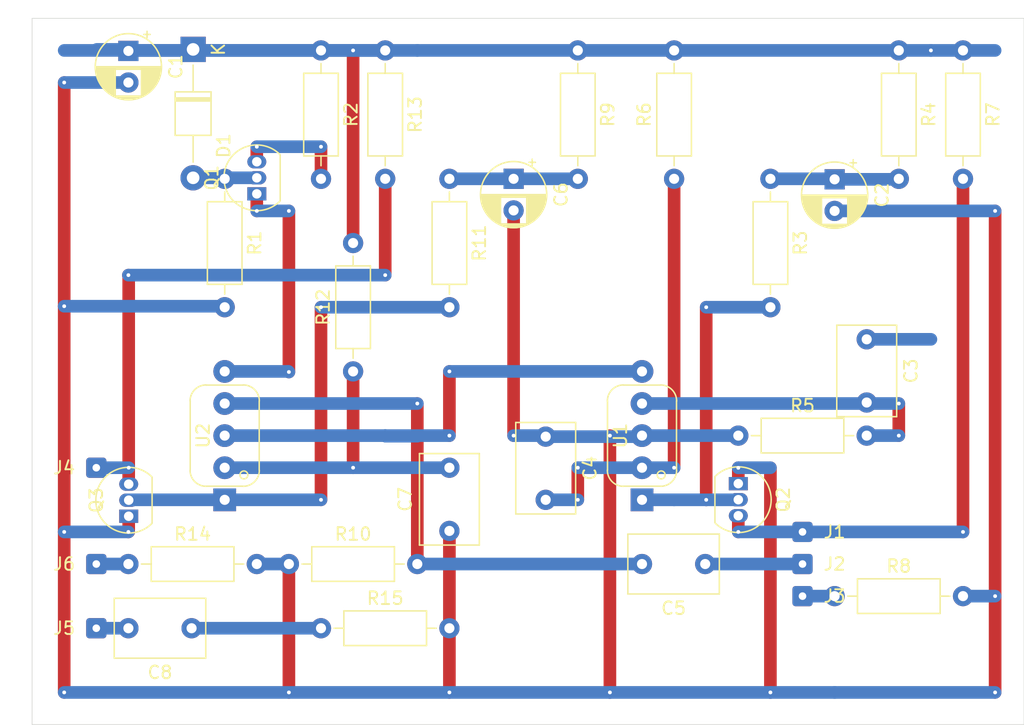
<source format=kicad_pcb>
(kicad_pcb (version 20240108) (generator "pcbnew") (generator_version "8.0")
  (layers (0 "F.Cu" signal) (31 "B.Cu" signal) (34 "B.Paste" user) (35 "F.Paste" user) (36 "B.SilkS" user "B.Silkscreen") (37 "F.SilkS" user "F.Silkscreen") (38 "B.Mask" user) (39 "F.Mask" user) (44 "Edge.Cuts" user))
  (net 0 "")
  (net 1 "+9V")
  (net 2 "GND")
  (net 3 "Net-(C2-Pad1)")
  (net 4 "/Vin")
  (net 5 "Net-(U1A-G1)")
  (net 6 "Net-(U1A-G2)")
  (net 7 "Net-(U2A-G1)")
  (net 8 "Net-(C6-Pad1)")
  (net 9 "Net-(U2A-G2)")
  (net 10 "/Vout")
  (net 11 "Net-(D1-A)")
  (net 12 "Net-(Q1-E)")
  (net 13 "/Fil_10mA")
  (net 14 "Net-(Q2-B)")
  (net 15 "Net-(Q3-B)")
  (net 16 "Net-(U1B-F+,G3-Pad5)")
  (net 17 "Net-(J2-Pin_1)")
  (net 18 "Net-(J5-Pin_1)")
  (net 19 "Net-(J1-Pin_1)")
  (net 20 "Net-(J3-Pin_1)")
  (net 21 "Net-(J4-Pin_1)")
  (net 22 "Net-(J6-Pin_1)")
  (footprint "Resistor_THT:R_Axial_DIN0207_L6.3mm_D2.5mm_P10.16mm_Horizontal" (layer "F.Cu") (at 132.08 71.12)
    (property "Reference" "R5" (at 5.08 -2.37 360) (layer "F.SilkS"))
    (property "Value" "1M")
    (pad "1" thru_hole circle (at 0 0) (size 1.6 1.6) (drill 0.8) (layers "*.Cu" "*.Mask") (net 2 "GND"))
    (pad "2" thru_hole oval (at 10.16 0) (size 1.6 1.6) (drill 0.8) (layers "*.Cu" "*.Mask") (net 5 "Net-(U1A-G1)"))
  )
  (footprint "Valve:Valve_Mini_Pentode_Linear" (layer "F.Cu") (at 91.44 76.2 90)
    (property "Reference" "U2" (at 5.08 -1.71 90) (layer "F.SilkS"))
    (property "Value" "JAN6418")
    (pad "1" thru_hole rect (at 0 0 90) (size 1.8 1.8) (drill 0.8) (layers "*.Cu" "*.Mask") (net 15 "Net-(Q3-B)"))
    (pad "2" thru_hole circle (at 2.54 0 90) (size 1.8 1.8) (drill 0.8) (layers "*.Cu" "*.Mask") (net 9 "Net-(U2A-G2)"))
    (pad "3" thru_hole circle (at 5.08 0 90) (size 1.8 1.8) (drill 0.8) (layers "*.Cu" "*.Mask") (net 16 "Net-(U1B-F+,G3-Pad5)"))
    (pad "4" thru_hole circle (at 7.62 0 90) (size 1.8 1.8) (drill 0.8) (layers "*.Cu" "*.Mask") (net 7 "Net-(U2A-G1)"))
    (pad "5" thru_hole circle (at 10.16 0 90) (size 1.8 1.8) (drill 0.8) (layers "*.Cu" "*.Mask") (net 13 "/Fil_10mA"))
  )
  (footprint "Connector_Wire:SolderWire-0.1sqmm_1x01_D0.4mm_OD1mm" (layer "F.Cu") (at 137.16 83.82)
    (property "Reference" "J3" (at 2.54 0 0) (layer "F.SilkS"))
    (property "Value" "Conn_01x01_Socket" (hide yes))
    (pad "1" thru_hole roundrect (at 0 0) (size 1.6 1.6) (drill 0.6) (layers "*.Cu" "*.Mask") (roundrect_rratio 0.15625) (net 20 "Net-(J3-Pin_1)"))
  )
  (footprint "Resistor_THT:R_Axial_DIN0207_L6.3mm_D2.5mm_P10.16mm_Horizontal" (layer "F.Cu") (at 119.38 40.64 -90)
    (property "Reference" "R9" (at 5.08 -2.37 90) (layer "F.SilkS"))
    (property "Value" "820R")
    (pad "1" thru_hole circle (at 0 0 270) (size 1.6 1.6) (drill 0.8) (layers "*.Cu" "*.Mask") (net 1 "+9V"))
    (pad "2" thru_hole oval (at 10.16 0 270) (size 1.6 1.6) (drill 0.8) (layers "*.Cu" "*.Mask") (net 8 "Net-(C6-Pad1)"))
  )
  (footprint "Resistor_THT:R_Axial_DIN0207_L6.3mm_D2.5mm_P10.16mm_Horizontal" (layer "F.Cu") (at 149.86 40.64 -90)
    (property "Reference" "R7" (at 5.08 -2.37 90) (layer "F.SilkS"))
    (property "Value" "8.2K")
    (pad "1" thru_hole circle (at 0 0 270) (size 1.6 1.6) (drill 0.8) (layers "*.Cu" "*.Mask") (net 1 "+9V"))
    (pad "2" thru_hole oval (at 10.16 0 270) (size 1.6 1.6) (drill 0.8) (layers "*.Cu" "*.Mask") (net 19 "Net-(J1-Pin_1)"))
  )
  (footprint "Package_TO_SOT_THT:TO-92_Inline" (layer "F.Cu") (at 93.98 51.99 90)
    (property "Reference" "Q1" (at 1.27 -3.56 90) (layer "F.SilkS"))
    (property "Value" "BC328")
    (pad "1" thru_hole rect (at 0 0 90) (size 1.05 1.5) (drill 0.75) (layers "*.Cu" "*.Mask") (net 13 "/Fil_10mA"))
    (pad "2" thru_hole oval (at 1.27 0 90) (size 1.05 1.5) (drill 0.75) (layers "*.Cu" "*.Mask") (net 11 "Net-(D1-A)"))
    (pad "3" thru_hole oval (at 2.54 0 90) (size 1.05 1.5) (drill 0.75) (layers "*.Cu" "*.Mask") (net 12 "Net-(Q1-E)"))
  )
  (footprint "Resistor_THT:R_Axial_DIN0207_L6.3mm_D2.5mm_P10.16mm_Horizontal" (layer "F.Cu") (at 96.52 81.28)
    (property "Reference" "R10" (at 5.08 -2.37 0) (layer "F.SilkS"))
    (property "Value" "1M")
    (pad "1" thru_hole circle (at 0 0) (size 1.6 1.6) (drill 0.8) (layers "*.Cu" "*.Mask") (net 2 "GND"))
    (pad "2" thru_hole oval (at 10.16 0) (size 1.6 1.6) (drill 0.8) (layers "*.Cu" "*.Mask") (net 7 "Net-(U2A-G1)"))
  )
  (footprint "Resistor_THT:R_Axial_DIN0207_L6.3mm_D2.5mm_P10.16mm_Horizontal" (layer "F.Cu") (at 99.06 86.36)
    (property "Reference" "R15" (at 5.08 -2.37 0) (layer "F.SilkS"))
    (property "Value" "47K")
    (pad "1" thru_hole circle (at 0 0) (size 1.6 1.6) (drill 0.8) (layers "*.Cu" "*.Mask") (net 10 "/Vout"))
    (pad "2" thru_hole oval (at 10.16 0) (size 1.6 1.6) (drill 0.8) (layers "*.Cu" "*.Mask") (net 2 "GND"))
  )
  (footprint "Resistor_THT:R_Axial_DIN0207_L6.3mm_D2.5mm_P10.16mm_Horizontal" (layer "F.Cu") (at 134.62 50.8 -90)
    (property "Reference" "R3" (at 5.08 -2.37 90) (layer "F.SilkS"))
    (property "Value" "180K")
    (pad "1" thru_hole circle (at 0 0 270) (size 1.6 1.6) (drill 0.8) (layers "*.Cu" "*.Mask") (net 3 "Net-(C2-Pad1)"))
    (pad "2" thru_hole oval (at 10.16 0 270) (size 1.6 1.6) (drill 0.8) (layers "*.Cu" "*.Mask") (net 14 "Net-(Q2-B)"))
  )
  (footprint "Package_TO_SOT_THT:TO-92_Inline" (layer "F.Cu") (at 83.84416 77.498746 90)
    (property "Reference" "Q3" (at 1.27 -2.56416 90) (layer "F.SilkS"))
    (property "Value" "BC328")
    (pad "1" thru_hole rect (at 0 0 90) (size 1.05 1.5) (drill 0.75) (layers "*.Cu" "*.Mask") (net 2 "GND"))
    (pad "2" thru_hole oval (at 1.27 0 90) (size 1.05 1.5) (drill 0.75) (layers "*.Cu" "*.Mask") (net 15 "Net-(Q3-B)"))
    (pad "3" thru_hole oval (at 2.54 0 90) (size 1.05 1.5) (drill 0.75) (layers "*.Cu" "*.Mask") (net 21 "Net-(J4-Pin_1)"))
  )
  (footprint "Resistor_THT:R_Axial_DIN0207_L6.3mm_D2.5mm_P10.16mm_Horizontal" (layer "F.Cu") (at 101.6 66.04 90)
    (property "Reference" "R12" (at 5.08 -2.37 90) (layer "F.SilkS"))
    (property "Value" "330K")
    (pad "1" thru_hole circle (at 0 0 90) (size 1.6 1.6) (drill 0.8) (layers "*.Cu" "*.Mask") (net 9 "Net-(U2A-G2)"))
    (pad "2" thru_hole oval (at 10.16 0 90) (size 1.6 1.6) (drill 0.8) (layers "*.Cu" "*.Mask") (net 1 "+9V"))
  )
  (footprint "Capacitor_THT:C_Rect_L7.0mm_W4.5mm_P5.00mm" (layer "F.Cu") (at 142.24 63.5 -90)
    (property "Reference" "C3" (at 2.5 -3.5 90) (layer "F.SilkS"))
    (property "Value" "10nF")
    (pad "1" thru_hole circle (at 0 0 270) (size 1.6 1.6) (drill 0.8) (layers "*.Cu" "*.Mask") (net 4 "/Vin"))
    (pad "2" thru_hole circle (at 5 0 270) (size 1.6 1.6) (drill 0.8) (layers "*.Cu" "*.Mask") (net 5 "Net-(U1A-G1)"))
  )
  (footprint "Resistor_THT:R_Axial_DIN0207_L6.3mm_D2.5mm_P10.16mm_Horizontal" (layer "F.Cu") (at 83.82 81.28)
    (property "Reference" "R14" (at 5.08 -2.37 0) (layer "F.SilkS"))
    (property "Value" "1K")
    (pad "1" thru_hole circle (at 0 0) (size 1.6 1.6) (drill 0.8) (layers "*.Cu" "*.Mask") (net 22 "Net-(J6-Pin_1)"))
    (pad "2" thru_hole oval (at 10.16 0) (size 1.6 1.6) (drill 0.8) (layers "*.Cu" "*.Mask") (net 2 "GND"))
  )
  (footprint "Capacitor_THT:C_Rect_L7.0mm_W4.5mm_P5.00mm" (layer "F.Cu") (at 88.82 86.36 180)
    (property "Reference" "C8" (at 2.5 -3.5 360) (layer "F.SilkS"))
    (property "Value" "1uF")
    (pad "1" thru_hole circle (at 0 0 180) (size 1.6 1.6) (drill 0.8) (layers "*.Cu" "*.Mask") (net 10 "/Vout"))
    (pad "2" thru_hole circle (at 5 0 180) (size 1.6 1.6) (drill 0.8) (layers "*.Cu" "*.Mask") (net 18 "Net-(J5-Pin_1)"))
  )
  (footprint "Connector_Wire:SolderWire-0.1sqmm_1x01_D0.4mm_OD1mm" (layer "F.Cu") (at 81.28 86.36)
    (property "Reference" "J5" (at -2.54 0 0) (layer "F.SilkS"))
    (property "Value" "Conn_01x01_Socket" (hide yes))
    (pad "1" thru_hole roundrect (at 0 0) (size 1.6 1.6) (drill 0.6) (layers "*.Cu" "*.Mask") (roundrect_rratio 0.15625) (net 18 "Net-(J5-Pin_1)"))
  )
  (footprint "Resistor_THT:R_Axial_DIN0207_L6.3mm_D2.5mm_P10.16mm_Horizontal" (layer "F.Cu") (at 139.7 83.82)
    (property "Reference" "R8" (at 5.08 -2.37 0) (layer "F.SilkS"))
    (property "Value" "1K")
    (pad "1" thru_hole circle (at 0 0) (size 1.6 1.6) (drill 0.8) (layers "*.Cu" "*.Mask") (net 20 "Net-(J3-Pin_1)"))
    (pad "2" thru_hole oval (at 10.16 0) (size 1.6 1.6) (drill 0.8) (layers "*.Cu" "*.Mask") (net 2 "GND"))
  )
  (footprint "Resistor_THT:R_Axial_DIN0207_L6.3mm_D2.5mm_P10.16mm_Horizontal" (layer "F.Cu") (at 99.06 40.64 -90)
    (property "Reference" "R2" (at 5.08 -2.37 90) (layer "F.SilkS"))
    (property "Value" "220R")
    (pad "1" thru_hole circle (at 0 0 270) (size 1.6 1.6) (drill 0.8) (layers "*.Cu" "*.Mask") (net 1 "+9V"))
    (pad "2" thru_hole oval (at 10.16 0 270) (size 1.6 1.6) (drill 0.8) (layers "*.Cu" "*.Mask") (net 12 "Net-(Q1-E)"))
  )
  (footprint "Connector_Wire:SolderWire-0.1sqmm_1x01_D0.4mm_OD1mm" (layer "F.Cu") (at 137.16 78.74)
    (property "Reference" "J1" (at 2.54 0 0) (layer "F.SilkS"))
    (property "Value" "Conn_01x01_Socket" (hide yes))
    (pad "1" thru_hole roundrect (at 0 0) (size 1.6 1.6) (drill 0.6) (layers "*.Cu" "*.Mask") (roundrect_rratio 0.15625) (net 19 "Net-(J1-Pin_1)"))
  )
  (footprint "Resistor_THT:R_Axial_DIN0207_L6.3mm_D2.5mm_P10.16mm_Horizontal" (layer "F.Cu") (at 109.22 50.8 -90)
    (property "Reference" "R11" (at 5.08 -2.37 90) (layer "F.SilkS"))
    (property "Value" "180K")
    (pad "1" thru_hole circle (at 0 0 270) (size 1.6 1.6) (drill 0.8) (layers "*.Cu" "*.Mask") (net 8 "Net-(C6-Pad1)"))
    (pad "2" thru_hole oval (at 10.16 0 270) (size 1.6 1.6) (drill 0.8) (layers "*.Cu" "*.Mask") (net 15 "Net-(Q3-B)"))
  )
  (footprint "Resistor_THT:R_Axial_DIN0207_L6.3mm_D2.5mm_P10.16mm_Horizontal" (layer "F.Cu") (at 144.78 40.64 -90)
    (property "Reference" "R4" (at 5.08 -2.37 90) (layer "F.SilkS"))
    (property "Value" "820R")
    (pad "1" thru_hole circle (at 0 0 270) (size 1.6 1.6) (drill 0.8) (layers "*.Cu" "*.Mask") (net 1 "+9V"))
    (pad "2" thru_hole oval (at 10.16 0 270) (size 1.6 1.6) (drill 0.8) (layers "*.Cu" "*.Mask") (net 3 "Net-(C2-Pad1)"))
  )
  (footprint "Connector_Wire:SolderWire-0.1sqmm_1x01_D0.4mm_OD1mm" (layer "F.Cu") (at 81.28 73.66)
    (property "Reference" "J4" (at -2.54 0 0) (layer "F.SilkS"))
    (property "Value" "Conn_01x01_Socket" (hide yes))
    (pad "1" thru_hole roundrect (at 0 0) (size 1.6 1.6) (drill 0.6) (layers "*.Cu" "*.Mask") (roundrect_rratio 0.15625) (net 21 "Net-(J4-Pin_1)"))
  )
  (footprint "Connector_Wire:SolderWire-0.1sqmm_1x01_D0.4mm_OD1mm" (layer "F.Cu") (at 137.16 81.28)
    (property "Reference" "J2" (at 2.54 0 0) (layer "F.SilkS"))
    (property "Value" "Conn_01x01_Socket" (hide yes))
    (pad "1" thru_hole roundrect (at 0 0) (size 1.6 1.6) (drill 0.6) (layers "*.Cu" "*.Mask") (roundrect_rratio 0.15625) (net 17 "Net-(J2-Pin_1)"))
  )
  (footprint "Connector_Wire:SolderWire-0.1sqmm_1x01_D0.4mm_OD1mm" (layer "F.Cu") (at 81.28 81.28)
    (property "Reference" "J6" (at -2.54 0 0) (layer "F.SilkS"))
    (property "Value" "Conn_01x01_Socket" (hide yes))
    (pad "1" thru_hole roundrect (at 0 0) (size 1.6 1.6) (drill 0.6) (layers "*.Cu" "*.Mask") (roundrect_rratio 0.15625) (net 22 "Net-(J6-Pin_1)"))
  )
  (footprint "Valve:Valve_Mini_Pentode_Linear" (layer "F.Cu") (at 124.46 76.2 90)
    (property "Reference" "U1" (at 5.08 -1.71 90) (layer "F.SilkS"))
    (property "Value" "JAN6418")
    (pad "1" thru_hole rect (at 0 0 90) (size 1.8 1.8) (drill 0.8) (layers "*.Cu" "*.Mask") (net 14 "Net-(Q2-B)"))
    (pad "2" thru_hole circle (at 2.54 0 90) (size 1.8 1.8) (drill 0.8) (layers "*.Cu" "*.Mask") (net 6 "Net-(U1A-G2)"))
    (pad "3" thru_hole circle (at 5.08 0 90) (size 1.8 1.8) (drill 0.8) (layers "*.Cu" "*.Mask") (net 2 "GND"))
    (pad "4" thru_hole circle (at 7.62 0 90) (size 1.8 1.8) (drill 0.8) (layers "*.Cu" "*.Mask") (net 5 "Net-(U1A-G1)"))
    (pad "5" thru_hole circle (at 10.16 0 90) (size 1.8 1.8) (drill 0.8) (layers "*.Cu" "*.Mask") (net 16 "Net-(U1B-F+,G3-Pad5)"))
  )
  (footprint "Resistor_THT:R_Axial_DIN0207_L6.3mm_D2.5mm_P10.16mm_Horizontal" (layer "F.Cu") (at 91.44 50.8 -90)
    (property "Reference" "R1" (at 5.08 -2.37 90) (layer "F.SilkS"))
    (property "Value" "1.8K")
    (pad "1" thru_hole circle (at 0 0 270) (size 1.6 1.6) (drill 0.8) (layers "*.Cu" "*.Mask") (net 11 "Net-(D1-A)"))
    (pad "2" thru_hole oval (at 10.16 0 270) (size 1.6 1.6) (drill 0.8) (layers "*.Cu" "*.Mask") (net 2 "GND"))
  )
  (footprint "Capacitor_THT:CP_Radial_D5.0mm_P2.50mm" (layer "F.Cu") (at 114.3 50.8 -90)
    (property "Reference" "C6" (at 1.25 -3.75 90) (layer "F.SilkS"))
    (property "Value" "10uF")
    (pad "1" thru_hole rect (at 0 0 270) (size 1.6 1.6) (drill 0.8) (layers "*.Cu" "*.Mask") (net 8 "Net-(C6-Pad1)"))
    (pad "2" thru_hole circle (at 2.5 0 270) (size 1.6 1.6) (drill 0.8) (layers "*.Cu" "*.Mask") (net 2 "GND"))
  )
  (footprint "Resistor_THT:R_Axial_DIN0207_L6.3mm_D2.5mm_P10.16mm_Horizontal" (layer "F.Cu") (at 104.14 40.64 -90)
    (property "Reference" "R13" (at 5.08 -2.37 90) (layer "F.SilkS"))
    (property "Value" "8.2K")
    (pad "1" thru_hole circle (at 0 0 270) (size 1.6 1.6) (drill 0.8) (layers "*.Cu" "*.Mask") (net 1 "+9V"))
    (pad "2" thru_hole oval (at 10.16 0 270) (size 1.6 1.6) (drill 0.8) (layers "*.Cu" "*.Mask") (net 21 "Net-(J4-Pin_1)"))
  )
  (footprint "Package_TO_SOT_THT:TO-92_Inline" (layer "F.Cu") (at 132.08 74.918829 -90)
    (property "Reference" "Q2" (at 1.27 -3.56 90) (layer "F.SilkS"))
    (property "Value" "BC328")
    (pad "1" thru_hole rect (at 0 0 270) (size 1.05 1.5) (drill 0.75) (layers "*.Cu" "*.Mask") (net 2 "GND"))
    (pad "2" thru_hole oval (at 1.27 0 270) (size 1.05 1.5) (drill 0.75) (layers "*.Cu" "*.Mask") (net 14 "Net-(Q2-B)"))
    (pad "3" thru_hole oval (at 2.54 0 270) (size 1.05 1.5) (drill 0.75) (layers "*.Cu" "*.Mask") (net 19 "Net-(J1-Pin_1)"))
  )
  (footprint "Diode_THT:D_T-1_P10.16mm_Horizontal" (layer "F.Cu") (at 88.94 40.56 -90)
    (property "Reference" "D1" (at 7.62 -2.42 90) (layer "F.SilkS"))
    (property "Value" "2.7V")
    (fp_text user "K" (at 0 -2 90) (layer "F.SilkS"))
    (pad "1" thru_hole rect (at 0 0 270) (size 2 2) (drill 1) (layers "*.Cu" "*.Mask") (net 1 "+9V"))
    (pad "2" thru_hole oval (at 10.16 0 270) (size 2 2) (drill 1) (layers "*.Cu" "*.Mask") (net 11 "Net-(D1-A)"))
  )
  (footprint "Capacitor_THT:C_Rect_L7.0mm_W4.5mm_P5.00mm" (layer "F.Cu") (at 109.22 78.66 90)
    (property "Reference" "C7" (at 2.5 -3.5 90) (layer "F.SilkS"))
    (property "Value" "1uF")
    (pad "1" thru_hole circle (at 0 0 90) (size 1.6 1.6) (drill 0.8) (layers "*.Cu" "*.Mask") (net 2 "GND"))
    (pad "2" thru_hole circle (at 5 0 90) (size 1.6 1.6) (drill 0.8) (layers "*.Cu" "*.Mask") (net 9 "Net-(U2A-G2)"))
  )
  (footprint "Capacitor_THT:C_Rect_L7.0mm_W4.5mm_P5.00mm" (layer "F.Cu") (at 116.84 71.2 -90)
    (property "Reference" "C4" (at 2.5 -3.5 90) (layer "F.SilkS"))
    (property "Value" "1uF")
    (pad "1" thru_hole circle (at 0 0 270) (size 1.6 1.6) (drill 0.8) (layers "*.Cu" "*.Mask") (net 2 "GND"))
    (pad "2" thru_hole circle (at 5 0 270) (size 1.6 1.6) (drill 0.8) (layers "*.Cu" "*.Mask") (net 6 "Net-(U1A-G2)"))
  )
  (footprint "Capacitor_THT:CP_Radial_D5.0mm_P2.50mm" (layer "F.Cu") (at 83.82 40.68 -90)
    (property "Reference" "C1" (at 1.25 -3.75 90) (layer "F.SilkS"))
    (property "Value" "10uF")
    (pad "1" thru_hole rect (at 0 0 270) (size 1.6 1.6) (drill 0.8) (layers "*.Cu" "*.Mask") (net 1 "+9V"))
    (pad "2" thru_hole circle (at 2.5 0 270) (size 1.6 1.6) (drill 0.8) (layers "*.Cu" "*.Mask") (net 2 "GND"))
  )
  (footprint "Resistor_THT:R_Axial_DIN0207_L6.3mm_D2.5mm_P10.16mm_Horizontal" (layer "F.Cu") (at 127 50.8 90)
    (property "Reference" "R6" (at 5.08 -2.37 90) (layer "F.SilkS"))
    (property "Value" "330K")
    (pad "1" thru_hole circle (at 0 0 90) (size 1.6 1.6) (drill 0.8) (layers "*.Cu" "*.Mask") (net 6 "Net-(U1A-G2)"))
    (pad "2" thru_hole oval (at 10.16 0 90) (size 1.6 1.6) (drill 0.8) (layers "*.Cu" "*.Mask") (net 1 "+9V"))
  )
  (footprint "Capacitor_THT:CP_Radial_D5.0mm_P2.50mm" (layer "F.Cu") (at 139.7 50.84 -90)
    (property "Reference" "C2" (at 1.25 -3.75 90) (layer "F.SilkS"))
    (property "Value" "10uF")
    (pad "1" thru_hole rect (at 0 0 270) (size 1.6 1.6) (drill 0.8) (layers "*.Cu" "*.Mask") (net 3 "Net-(C2-Pad1)"))
    (pad "2" thru_hole circle (at 2.5 0 270) (size 1.6 1.6) (drill 0.8) (layers "*.Cu" "*.Mask") (net 2 "GND"))
  )
  (footprint "Capacitor_THT:C_Rect_L7.0mm_W4.5mm_P5.00mm" (layer "F.Cu") (at 129.46 81.28 180)
    (property "Reference" "C5" (at 2.5 -3.5 360) (layer "F.SilkS"))
    (property "Value" "10nF")
    (pad "1" thru_hole circle (at 0 0 180) (size 1.6 1.6) (drill 0.8) (layers "*.Cu" "*.Mask") (net 17 "Net-(J2-Pin_1)"))
    (pad "2" thru_hole circle (at 5 0 180) (size 1.6 1.6) (drill 0.8) (layers "*.Cu" "*.Mask") (net 7 "Net-(U2A-G1)"))
  )
  (gr_line (start 76.2 38.1) (end 154.686 38.1) (stroke (width 0.05)) (layer "Edge.Cuts"))
  (gr_line (start 154.686 93.98) (end 76.2 93.98) (stroke (width 0.05)) (layer "Edge.Cuts"))
  (gr_line (start 154.686 38.1) (end 154.686 93.98) (stroke (width 0.05)) (layer "Edge.Cuts"))
  (gr_line (start 76.2 93.98) (end 76.2 38.1) (stroke (width 0.05)) (layer "Edge.Cuts"))
  (segment (start 101.6 40.64) (end 101.6 55.88) (width 1) (layer "F.Cu") (net 1))
  (via (at 101.6 40.64) (size 0.5) (drill 0.3) (layers "F.Cu" "B.Cu") (net 1))
  (via (at 147.32 40.64) (size 0.5) (drill 0.3) (layers "F.Cu" "B.Cu") (net 1))
  (segment (start 101.6 40.64) (end 106.68 40.64) (width 1) (layer "B.Cu") (net 1))
  (segment (start 83.78 40.56) (end 83.86 40.64) (width 1) (layer "B.Cu") (net 1))
  (segment (start 149.86 40.64) (end 152.4 40.64) (width 1) (layer "B.Cu") (net 1))
  (segment (start 83.86 40.64) (end 104.1 40.64) (width 1) (layer "B.Cu") (net 1))
  (segment (start 106.68 40.64) (end 147.32 40.64) (width 1) (layer "B.Cu") (net 1))
  (segment (start 78.74 40.64) (end 101.6 40.64) (width 1) (layer "B.Cu") (net 1))
  (segment (start 147.32 40.64) (end 149.86 40.64) (width 1) (layer "B.Cu") (net 1))
  (segment (start 104.18 40.56) (end 104.1 40.64) (width 1) (layer "B.Cu") (net 1))
  (segment (start 81.32 40.56) (end 83.78 40.56) (width 1) (layer "B.Cu") (net 1))
  (segment (start 83.84416 77.498746) (end 83.84416 78.71584) (width 1) (layer "F.Cu") (net 2))
  (segment (start 78.74 78.74) (end 78.74 91.44) (width 1) (layer "F.Cu") (net 2))
  (segment (start 78.74 43.18) (end 78.74 60.88) (width 1) (layer "F.Cu") (net 2))
  (segment (start 121.92 71.12) (end 121.92 91.44) (width 1) (layer "F.Cu") (net 2))
  (segment (start 83.84416 78.71584) (end 83.82 78.74) (width 1) (layer "F.Cu") (net 2))
  (segment (start 78.74 60.88) (end 78.74 78.74) (width 1) (layer "F.Cu") (net 2))
  (segment (start 152.4 83.82) (end 152.4 91.44) (width 1) (layer "F.Cu") (net 2))
  (segment (start 134.62 73.66) (end 134.62 91.44) (width 1) (layer "F.Cu") (net 2))
  (segment (start 114.3 53.34) (end 114.3 71.12) (width 1) (layer "F.Cu") (net 2))
  (segment (start 152.4 53.34) (end 152.4 83.82) (width 1) (layer "F.Cu") (net 2))
  (segment (start 96.52 91.44) (end 96.52 81.28) (width 1) (layer "F.Cu") (net 2))
  (segment (start 132.08 73.66) (end 132.08 73.668885) (width 1) (layer "F.Cu") (net 2))
  (segment (start 109.22 91.44) (end 109.22 78.66) (width 1) (layer "F.Cu") (net 2))
  (segment (start 132.08 74.918829) (end 132.08 73.668885) (width 1) (layer "F.Cu") (net 2))
  (via (at 132.08 73.668885) (size 0.5) (drill 0.3) (layers "F.Cu" "B.Cu") (net 2))
  (via (at 152.4 53.34) (size 0.5) (drill 0.3) (layers "F.Cu" "B.Cu") (net 2))
  (via (at 109.22 91.44) (size 0.5) (drill 0.3) (layers "F.Cu" "B.Cu") (net 2))
  (via (at 83.82 78.74) (size 0.6) (drill 0.3) (layers "F.Cu" "B.Cu") (net 2))
  (via (at 121.92 71.12) (size 0.6) (drill 0.3) (layers "F.Cu" "B.Cu") (net 2))
  (via (at 152.4 83.82) (size 0.5) (drill 0.3) (layers "F.Cu" "B.Cu") (net 2))
  (via (at 78.74 60.88) (size 0.6) (drill 0.3) (layers "F.Cu" "B.Cu") (net 2))
  (via (at 121.92 91.44) (size 0.6) (drill 0.3) (layers "F.Cu" "B.Cu") (net 2))
  (via (at 114.3 71.12) (size 0.5) (drill 0.3) (layers "F.Cu" "B.Cu") (net 2))
  (via (at 152.4 91.44) (size 0.6) (drill 0.3) (layers "F.Cu" "B.Cu") (net 2))
  (via (at 134.62 91.44) (size 0.6) (drill 0.3) (layers "F.Cu" "B.Cu") (net 2))
  (via (at 78.74 78.74) (size 0.6) (drill 0.3) (layers "F.Cu" "B.Cu") (net 2))
  (via (at 78.74 43.18) (size 0.6) (drill 0.3) (layers "F.Cu" "B.Cu") (net 2))
  (via (at 78.74 91.44) (size 0.6) (drill 0.3) (layers "F.Cu" "B.Cu") (net 2))
  (via (at 96.52 91.44) (size 0.5) (drill 0.3) (layers "F.Cu" "B.Cu") (net 2))
  (segment (start 83.82 78.74) (end 78.74 78.74) (width 1) (layer "B.Cu") (net 2))
  (segment (start 124.46 71.12) (end 132.08 71.12) (width 1) (layer "B.Cu") (net 2))
  (segment (start 149.86 83.82) (end 152.4 83.82) (width 1) (layer "B.Cu") (net 2))
  (segment (start 121.92 91.44) (end 134.62 91.44) (width 1) (layer "B.Cu") (net 2))
  (segment (start 78.74 91.44) (end 121.92 91.44) (width 1) (layer "B.Cu") (net 2))
  (segment (start 83.82 43.18) (end 78.74 43.18) (width 1) (layer "B.Cu") (net 2))
  (segment (start 124.38 71.2) (end 124.46 71.12) (width 1) (layer "B.Cu") (net 2))
  (segment (start 116.84 71.2) (end 124.38 71.2) (width 1) (layer "B.Cu") (net 2))
  (segment (start 132.088885 73.66) (end 134.62 73.66) (width 1) (layer "B.Cu") (net 2))
  (segment (start 116.795 71.165) (end 116.84 71.12) (width 1) (layer "B.Cu") (net 2))
  (segment (start 139.7 91.44) (end 152.4 91.44) (width 1) (layer "B.Cu") (net 2))
  (segment (start 134.62 91.44) (end 139.7 91.44) (width 1) (layer "B.Cu") (net 2))
  (segment (start 91.36 60.88) (end 91.44 60.96) (width 1) (layer "B.Cu") (net 2))
  (segment (start 78.74 60.88) (end 91.36 60.88) (width 1) (layer "B.Cu") (net 2))
  (segment (start 132.08 73.668885) (end 132.088885 73.66) (width 1) (layer "B.Cu") (net 2))
  (segment (start 114.3 71.12) (end 116.76 71.12) (width 1) (layer "B.Cu") (net 2))
  (segment (start 93.98 81.28) (end 96.52 81.28) (width 1) (layer "B.Cu") (net 2))
  (segment (start 116.92 71.12) (end 116.84 71.2) (width 1) (layer "B.Cu") (net 2))
  (segment (start 116.76 71.12) (end 116.84 71.2) (width 1) (layer "B.Cu") (net 2))
  (segment (start 139.7 53.34) (end 152.4 53.34) (width 1) (layer "B.Cu") (net 2))
  (segment (start 144.74 50.84) (end 144.78 50.8) (width 1) (layer "B.Cu") (net 3))
  (segment (start 139.66 50.8) (end 139.7 50.84) (width 1) (layer "B.Cu") (net 3))
  (segment (start 139.7 50.84) (end 144.74 50.84) (width 1) (layer "B.Cu") (net 3))
  (segment (start 134.62 50.8) (end 139.66 50.8) (width 1) (layer "B.Cu") (net 3))
  (segment (start 142.24 63.5) (end 147.32 63.5) (width 1) (layer "B.Cu") (net 4))
  (segment (start 144.78 71.12) (end 144.78 68.58) (width 1) (layer "F.Cu") (net 5))
  (via (at 144.78 71.12) (size 0.5) (drill 0.3) (layers "F.Cu" "B.Cu") (net 5))
  (via (at 144.78 68.58) (size 0.5) (drill 0.3) (layers "F.Cu" "B.Cu") (net 5))
  (segment (start 142.24 71.12) (end 144.78 71.12) (width 1) (layer "B.Cu") (net 5))
  (segment (start 144.78 68.58) (end 124.46 68.58) (width 1) (layer "B.Cu") (net 5))
  (segment (start 119.38 73.66) (end 119.38 76.2) (width 1) (layer "F.Cu") (net 6))
  (segment (start 127 73.66) (end 127 50.8) (width 1) (layer "F.Cu") (net 6))
  (via (at 127 73.66) (size 0.5) (drill 0.3) (layers "F.Cu" "B.Cu") (net 6))
  (via (at 119.38 73.66) (size 0.5) (drill 0.3) (layers "F.Cu" "B.Cu") (net 6))
  (via (at 119.38 76.2) (size 0.5) (drill 0.3) (layers "F.Cu" "B.Cu") (net 6))
  (segment (start 124.46 73.66) (end 119.38 73.66) (width 1) (layer "B.Cu") (net 6))
  (segment (start 119.38 76.2) (end 116.84 76.2) (width 1) (layer "B.Cu") (net 6))
  (segment (start 124.46 73.66) (end 127 73.66) (width 1) (layer "B.Cu") (net 6))
  (segment (start 106.68 68.58) (end 106.68 81.28) (width 1) (layer "F.Cu") (net 7))
  (via (at 106.68 68.58) (size 0.5) (drill 0.3) (layers "F.Cu" "B.Cu") (net 7))
  (segment (start 106.68 81.28) (end 124.46 81.28) (width 1) (layer "B.Cu") (net 7))
  (segment (start 106.68 68.58) (end 91.44 68.58) (width 1) (layer "B.Cu") (net 7))
  (segment (start 119.38 50.8) (end 109.22 50.8) (width 1) (layer "B.Cu") (net 8))
  (segment (start 101.6 73.66) (end 101.6 66.04) (width 1) (layer "F.Cu") (net 9))
  (via (at 101.6 66.04) (size 0.5) (drill 0.3) (layers "F.Cu" "B.Cu") (net 9))
  (via (at 101.6 73.66) (size 0.5) (drill 0.3) (layers "F.Cu" "B.Cu") (net 9))
  (segment (start 109.22 73.66) (end 101.6 73.66) (width 1) (layer "B.Cu") (net 9))
  (segment (start 91.44 73.66) (end 101.6 73.66) (width 1) (layer "B.Cu") (net 9))
  (segment (start 88.82 86.36) (end 99.06 86.36) (width 1) (layer "B.Cu") (net 10))
  (segment (start 93.98 50.72) (end 88.94 50.72) (width 1) (layer "B.Cu") (net 11))
  (segment (start 93.98 49.45) (end 93.98 48.26) (width 1) (layer "F.Cu") (net 12))
  (segment (start 99.06 48.26) (end 99.06 50.8) (width 1) (layer "F.Cu") (net 12))
  (via (at 93.98 48.26) (size 0.6) (drill 0.3) (layers "F.Cu" "B.Cu") (net 12))
  (via (at 99.06 48.26) (size 0.6) (drill 0.3) (layers "F.Cu" "B.Cu") (net 12))
  (segment (start 93.98 48.26) (end 99.06 48.26) (width 1) (layer "B.Cu") (net 12))
  (segment (start 96.52 66.085) (end 96.52 53.34) (width 1) (layer "F.Cu") (net 13))
  (segment (start 93.98 51.99) (end 93.98 53.34) (width 1) (layer "F.Cu") (net 13))
  (via (at 96.52 66.085) (size 0.6) (drill 0.3) (layers "F.Cu" "B.Cu") (net 13))
  (via (at 96.52 53.34) (size 0.6) (drill 0.3) (layers "F.Cu" "B.Cu") (net 13))
  (via (at 93.98 53.34) (size 0.6) (drill 0.3) (layers "F.Cu" "B.Cu") (net 13))
  (segment (start 96.475 66.04) (end 96.52 66.085) (width 1) (layer "B.Cu") (net 13))
  (segment (start 91.44 66.04) (end 96.475 66.04) (width 1) (layer "B.Cu") (net 13))
  (segment (start 93.98 53.34) (end 96.52 53.34) (width 1) (layer "B.Cu") (net 13))
  (segment (start 129.54 76.2) (end 129.54 60.96) (width 1) (layer "F.Cu") (net 14))
  (via (at 129.54 76.2) (size 0.5) (drill 0.3) (layers "F.Cu" "B.Cu") (net 14))
  (via (at 129.54 60.96) (size 0.5) (drill 0.3) (layers "F.Cu" "B.Cu") (net 14))
  (segment (start 129.54 76.2) (end 132.068829 76.2) (width 1) (layer "B.Cu") (net 14))
  (segment (start 127 76.2) (end 129.54 76.2) (width 1) (layer "B.Cu") (net 14))
  (segment (start 132.068829 76.2) (end 132.08 76.188829) (width 1) (layer "B.Cu") (net 14))
  (segment (start 129.54 60.96) (end 134.62 60.96) (width 1) (layer "B.Cu") (net 14))
  (segment (start 127 76.2) (end 124.46 76.2) (width 1) (layer "B.Cu") (net 14))
  (segment (start 99.06 76.2) (end 99.06 60.96) (width 1) (layer "F.Cu") (net 15))
  (via (at 99.06 60.96) (size 0.5) (drill 0.3) (layers "F.Cu" "B.Cu") (net 15))
  (via (at 99.06 76.2) (size 0.5) (drill 0.3) (layers "F.Cu" "B.Cu") (net 15))
  (segment (start 91.44 76.2) (end 99.06 76.2) (width 1) (layer "B.Cu") (net 15))
  (segment (start 83.872906 76.2) (end 83.84416 76.228746) (width 1) (layer "B.Cu") (net 15))
  (segment (start 91.44 76.2) (end 83.872906 76.2) (width 1) (layer "B.Cu") (net 15))
  (segment (start 99.06 60.96) (end 109.22 60.96) (width 1) (layer "B.Cu") (net 15))
  (segment (start 109.22 71.12) (end 109.22 66.04) (width 1) (layer "F.Cu") (net 16))
  (via (at 109.22 66.04) (size 0.6) (drill 0.3) (layers "F.Cu" "B.Cu") (net 16))
  (via (at 109.22 71.12) (size 0.6) (drill 0.3) (layers "F.Cu" "B.Cu") (net 16))
  (segment (start 104.185 71.165) (end 104.14 71.12) (width 1) (layer "B.Cu") (net 16))
  (segment (start 104.14 71.12) (end 91.44 71.12) (width 1) (layer "B.Cu") (net 16))
  (segment (start 109.22 66.04) (end 124.46 66.04) (width 1) (layer "B.Cu") (net 16))
  (segment (start 104.14 71.12) (end 109.22 71.12) (width 1) (layer "B.Cu") (net 16))
  (segment (start 106.68 71.165) (end 104.185 71.165) (width 1) (layer "B.Cu") (net 16))
  (segment (start 137.16 81.28) (end 129.46 81.28) (width 1) (layer "B.Cu") (net 17))
  (segment (start 83.82 86.36) (end 81.28 86.36) (width 1) (layer "B.Cu") (net 18))
  (segment (start 132.08 78.74) (end 132.08 77.458829) (width 1) (layer "F.Cu") (net 19))
  (segment (start 149.86 50.8) (end 149.86 78.74) (width 1) (layer "F.Cu") (net 19))
  (via (at 149.86 78.74) (size 0.5) (drill 0.3) (layers "F.Cu" "B.Cu") (net 19))
  (via (at 132.08 78.74) (size 0.5) (drill 0.3) (layers "F.Cu" "B.Cu") (net 19))
  (segment (start 149.86 78.74) (end 132.08 78.74) (width 1) (layer "B.Cu") (net 19))
  (segment (start 137.16 83.82) (end 139.7 83.82) (width 1) (layer "B.Cu") (net 20))
  (segment (start 104.14 50.8) (end 104.14 58.42) (width 1) (layer "F.Cu") (net 21))
  (segment (start 83.84416 73.66) (end 83.84416 74.958746) (width 1) (layer "F.Cu") (net 21))
  (segment (start 83.84416 58.44416) (end 83.84416 73.66) (width 1) (layer "F.Cu") (net 21))
  (segment (start 83.82 58.42) (end 83.84416 58.44416) (width 1) (layer "F.Cu") (net 21))
  (via (at 83.84416 73.66) (size 0.6) (drill 0.3) (layers "F.Cu" "B.Cu") (net 21))
  (via (at 104.14 58.42) (size 0.6) (drill 0.3) (layers "F.Cu" "B.Cu") (net 21))
  (via (at 83.82 58.42) (size 0.6) (drill 0.3) (layers "F.Cu" "B.Cu") (net 21))
  (segment (start 83.84416 73.66) (end 81.28 73.66) (width 1) (layer "B.Cu") (net 21))
  (segment (start 104.14 58.42) (end 83.82 58.42) (width 1) (layer "B.Cu") (net 21))
  (segment (start 83.82 81.28) (end 81.28 81.28) (width 1) (layer "B.Cu") (net 22))
)
</source>
